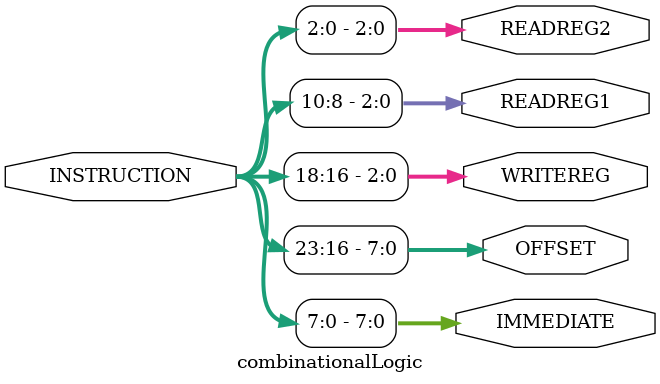
<source format=v>
`timescale 1ns / 100ps
module combinationalLogic(INSTRUCTION, WRITEREG, READREG1, READREG2, IMMEDIATE, OFFSET);

   	input [31:0] INSTRUCTION;
    	output [7:0] IMMEDIATE, OFFSET;
    	output [2:0] WRITEREG, READREG1, READREG2;

    //Assign destination register from bits 18 to 16 of the instruction
	assign #1 WRITEREG = INSTRUCTION[18:16];

    //Assign first source register from bits 10 to 8 of the instruction
	assign #1 READREG1 = INSTRUCTION[10:8];

    //Assign second source register from bits 2 to 0 of the instruction
	assign #1 READREG2 = INSTRUCTION[2:0];
	
	//Assign immediate value from bits 7 to 0 of the instruction
    assign #1 IMMEDIATE = INSTRUCTION[7:0];

    //Assign offset value from bits 23 to 16 of the instruction
    assign #1 OFFSET = INSTRUCTION[23:16];

endmodule
</source>
